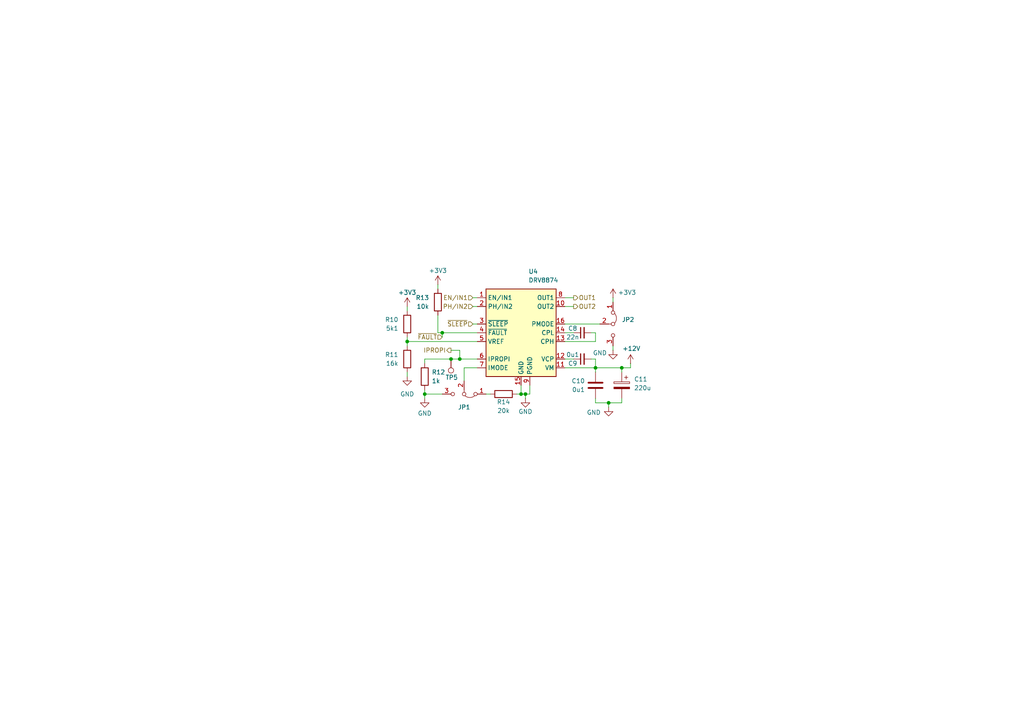
<source format=kicad_sch>
(kicad_sch (version 20250114) (generator "eeschema") (generator_version "9.0")
  (paper "A4")
  (title_block (title "Carte moteur CDF 1") (date "2025-11-23") (rev "01") (company "Valrobotik") (comment 1 "5A DC motor driver"))
  (lib_symbols
    (symbol "Connector:TestPoint" (pin_numbers (hide yes)) (pin_names (offset 0.762) (hide yes))
      (property "Reference" "TP" (at 0 6.858 0))
      (property "Value" "TestPoint" (at 0 5.08 0))
      (symbol "TestPoint_0_1"
        (circle (center 0 3.302) (radius 0.762))
      )
      (symbol "TestPoint_1_1"
        (pin passive line (at 0 0 90) (length 2.54) (name "1") (number "1"))
      )
    )
    (symbol "Device:C" (pin_numbers (hide yes)) (pin_names (offset 0.254))
      (property "Reference" "C" (at 0.635 2.54 0))
      (property "Value" "C" (at 0.635 -2.54 0))
      (symbol "C_0_1"
        (polyline (pts (xy -2.032 0.762) (xy 2.032 0.762)) (stroke (width 0.508)))
        (polyline (pts (xy -2.032 -0.762) (xy 2.032 -0.762)) (stroke (width 0.508)))
      )
      (symbol "C_1_1"
        (pin passive line (at 0 3.81 270) (length 2.794) (name "~") (number "1"))
        (pin passive line (at 0 -3.81 90) (length 2.794) (name "~") (number "2"))
      )
    )
    (symbol "Device:C_Polarized" (pin_numbers (hide yes)) (pin_names (offset 0.254))
      (property "Reference" "C" (at 0.635 2.54 0))
      (property "Value" "C_Polarized" (at 0.635 -2.54 0))
      (symbol "C_Polarized_0_1"
        (rectangle (start -2.286 0.508) (end 2.286 1.016))
        (polyline (pts (xy -1.778 2.286) (xy -0.762 2.286)))
        (polyline (pts (xy -1.27 2.794) (xy -1.27 1.778)))
        (rectangle (start 2.286 -0.508) (end -2.286 -1.016) (fill (type outline)))
      )
      (symbol "C_Polarized_1_1"
        (pin passive line (at 0 3.81 270) (length 2.794) (name "~") (number "1"))
        (pin passive line (at 0 -3.81 90) (length 2.794) (name "~") (number "2"))
      )
    )
    (symbol "Device:C_Small" (pin_numbers (hide yes)) (pin_names (offset 0.254) (hide yes))
      (property "Reference" "C" (at 0.254 1.778 0))
      (property "Value" "C_Small" (at 0.254 -2.032 0))
      (symbol "C_Small_0_1"
        (polyline (pts (xy -1.524 0.508) (xy 1.524 0.508)) (stroke (width 0.3048)))
        (polyline (pts (xy -1.524 -0.508) (xy 1.524 -0.508)) (stroke (width 0.3302)))
      )
      (symbol "C_Small_1_1"
        (pin passive line (at 0 2.54 270) (length 2.032) (name "~") (number "1"))
        (pin passive line (at 0 -2.54 90) (length 2.032) (name "~") (number "2"))
      )
    )
    (symbol "Device:R" (pin_numbers (hide yes)) (pin_names (offset 0))
      (property "Reference" "R" (at 2.032 0 90))
      (property "Value" "R" (at 0 0 90))
      (symbol "R_0_1"
        (rectangle (start -1.016 -2.54) (end 1.016 2.54) (stroke (width 0.254)))
      )
      (symbol "R_1_1"
        (pin passive line (at 0 3.81 270) (length 1.27) (name "~") (number "1"))
        (pin passive line (at 0 -3.81 90) (length 1.27) (name "~") (number "2"))
      )
    )
    (symbol "Jumper:Jumper_3_Bridged12" (pin_names (offset 0) (hide yes)) (in_bom no)
      (property "Reference" "JP" (at -2.54 -2.54 0))
      (property "Value" "Jumper_3_Bridged12" (at 0 2.794 0))
      (symbol "Jumper_3_Bridged12_0_0"
        (circle (center -3.302 0) (radius 0.508))
        (circle (center 0 0) (radius 0.508))
        (circle (center 3.302 0) (radius 0.508))
      )
      (symbol "Jumper_3_Bridged12_0_1"
        (arc (start -3.048 0.508) (mid -1.651 0.9912) (end -0.254 0.508))
        (polyline (pts (xy 0 -1.27) (xy 0 -0.508)))
      )
      (symbol "Jumper_3_Bridged12_1_1"
        (pin passive line (at -6.35 0 0) (length 2.54) (name "A") (number "1"))
        (pin passive line (at 0 -3.81 90) (length 2.54) (name "C") (number "2"))
        (pin passive line (at 6.35 0 180) (length 2.54) (name "B") (number "3"))
      )
    )
    (symbol "Pers:DRV8874"
      (property "Reference" "U" (at -8.89 13.97 0))
      (property "Value" "DRV8874" (at 8.89 13.97 0))
      (symbol "DRV8874_0_1"
        (rectangle (start -10.16 -12.7) (end 10.16 12.7) (stroke (width 0.254)) (fill (type background)))
      )
      (symbol "DRV8874_1_1"
        (pin input line (at -12.7 10.16 0) (length 2.54) (name "EN/IN1") (number "1"))
        (pin input line (at -12.7 7.62 0) (length 2.54) (name "PH/IN2") (number "2"))
        (pin input line (at -12.7 2.54 0) (length 2.54) (name "~{SLEEP}") (number "3"))
        (pin open_collector line (at -12.7 0 0) (length 2.54) (name "~{FAULT}") (number "4"))
        (pin input line (at -12.7 -2.54 0) (length 2.54) (name "VREF") (number "5"))
        (pin output line (at -12.7 -7.62 0) (length 2.54) (name "IPROPI") (number "6"))
        (pin input line (at -12.7 -10.16 0) (length 2.54) (name "IMODE") (number "7"))
        (pin power_in line (at 0 -15.24 90) (length 2.54) (name "GND") (number "15"))
        (pin power_in line (at 2.54 -15.24 90) (length 2.54) (name "PGND") (number "9"))
        (pin output line (at 12.7 10.16 180) (length 2.54) (name "OUT1") (number "8"))
        (pin output line (at 12.7 7.62 180) (length 2.54) (name "OUT2") (number "10"))
        (pin input line (at 12.7 2.54 180) (length 2.54) (name "PMODE") (number "16"))
        (pin output line (at 12.7 0 180) (length 2.54) (name "CPL") (number "14"))
        (pin output line (at 12.7 -2.54 180) (length 2.54) (name "CPH") (number "13"))
        (pin passive line (at 12.7 -7.62 180) (length 2.54) (name "VCP") (number "12"))
        (pin passive line (at 12.7 -10.16 180) (length 2.54) (name "VM") (number "11"))
      )
    )
    (symbol "power:+12V" (power) (pin_numbers (hide yes)) (pin_names (offset 0) (hide yes))
      (property "Value" "+12V" (at 0 3.556 0))
      (symbol "+12V_0_1"
        (polyline (pts (xy -0.762 1.27) (xy 0 2.54)))
        (polyline (pts (xy 0 2.54) (xy 0.762 1.27)))
        (polyline (pts (xy 0 0) (xy 0 2.54)))
      )
      (symbol "+12V_1_1"
        (pin power_in line (at 0 0 90) (length 0) (name "~") (number "1"))
      )
    )
    (symbol "power:+3V3" (power) (pin_numbers (hide yes)) (pin_names (offset 0) (hide yes))
      (property "Value" "+3V3" (at 0 3.556 0))
      (symbol "+3V3_0_1"
        (polyline (pts (xy -0.762 1.27) (xy 0 2.54)))
        (polyline (pts (xy 0 2.54) (xy 0.762 1.27)))
        (polyline (pts (xy 0 0) (xy 0 2.54)))
      )
      (symbol "+3V3_1_1"
        (pin power_in line (at 0 0 90) (length 0) (name "~") (number "1"))
      )
    )
    (symbol "power:GND" (power) (pin_numbers (hide yes)) (pin_names (offset 0) (hide yes))
      (property "Value" "GND" (at 0 -3.81 0))
      (symbol "GND_0_1"
        (polyline (pts (xy 0 0) (xy 0 -1.27) (xy 1.27 -1.27) (xy 0 -2.54) (xy -1.27 -1.27) (xy 0 -1.27)))
      )
      (symbol "GND_1_1"
        (pin power_in line (at 0 0 270) (length 0) (name "~") (number "1"))
      )
    )
  )
  (junction (at 151.13 114.3))
  (junction (at 123.19 114.3))
  (junction (at 180.34 106.68))
  (junction (at 172.72 106.68))
  (junction (at 133.35 104.14))
  (junction (at 176.53 116.84))
  (junction (at 118.11 99.06))
  (junction (at 128.27 96.52))
  (junction (at 130.81 104.14))
  (junction (at 152.4 114.3))
  (wire (pts (xy 118.11 99.06) (xy 118.11 100.33)))
  (wire (pts (xy 163.83 104.14) (xy 166.37 104.14)))
  (wire (pts (xy 172.72 104.14) (xy 171.45 104.14)))
  (wire (pts (xy 137.16 86.36) (xy 138.43 86.36)))
  (wire (pts (xy 163.83 99.06) (xy 172.72 99.06)))
  (wire (pts (xy 149.86 114.3) (xy 151.13 114.3)))
  (wire (pts (xy 118.11 107.95) (xy 118.11 109.22)))
  (wire (pts (xy 134.62 106.68) (xy 138.43 106.68)))
  (wire (pts (xy 163.83 106.68) (xy 172.72 106.68)))
  (wire (pts (xy 127 96.52) (xy 128.27 96.52)))
  (wire (pts (xy 123.19 114.3) (xy 128.27 114.3)))
  (wire (pts (xy 166.37 88.9) (xy 163.83 88.9)))
  (wire (pts (xy 163.83 93.98) (xy 173.99 93.98)))
  (wire (pts (xy 127 96.52) (xy 127 91.44)))
  (wire (pts (xy 152.4 114.3) (xy 151.13 114.3)))
  (wire (pts (xy 177.8 100.33) (xy 177.8 101.6)))
  (wire (pts (xy 118.11 88.9) (xy 118.11 90.17)))
  (wire (pts (xy 166.37 86.36) (xy 163.83 86.36)))
  (wire (pts (xy 172.72 99.06) (xy 172.72 96.52)))
  (wire (pts (xy 123.19 114.3) (xy 123.19 115.57)))
  (wire (pts (xy 130.81 101.6) (xy 133.35 101.6)))
  (wire (pts (xy 134.62 110.49) (xy 134.62 106.68)))
  (wire (pts (xy 123.19 104.14) (xy 130.81 104.14)))
  (wire (pts (xy 137.16 88.9) (xy 138.43 88.9)))
  (wire (pts (xy 123.19 113.03) (xy 123.19 114.3)))
  (wire (pts (xy 152.4 115.57) (xy 152.4 114.3)))
  (wire (pts (xy 172.72 96.52) (xy 171.45 96.52)))
  (wire (pts (xy 133.35 104.14) (xy 138.43 104.14)))
  (wire (pts (xy 172.72 107.95) (xy 172.72 106.68)))
  (wire (pts (xy 130.81 104.14) (xy 133.35 104.14)))
  (wire (pts (xy 153.67 111.76) (xy 153.67 114.3)))
  (wire (pts (xy 177.8 86.36) (xy 177.8 87.63)))
  (wire (pts (xy 163.83 96.52) (xy 166.37 96.52)))
  (wire (pts (xy 172.72 106.68) (xy 180.34 106.68)))
  (wire (pts (xy 180.34 106.68) (xy 180.34 107.95)))
  (wire (pts (xy 137.16 93.98) (xy 138.43 93.98)))
  (wire (pts (xy 151.13 111.76) (xy 151.13 114.3)))
  (wire (pts (xy 172.72 116.84) (xy 172.72 115.57)))
  (wire (pts (xy 180.34 115.57) (xy 180.34 116.84)))
  (wire (pts (xy 182.88 105.41) (xy 182.88 106.68)))
  (wire (pts (xy 133.35 101.6) (xy 133.35 104.14)))
  (wire (pts (xy 140.97 114.3) (xy 142.24 114.3)))
  (wire (pts (xy 128.27 97.79) (xy 128.27 96.52)))
  (wire (pts (xy 128.27 96.52) (xy 138.43 96.52)))
  (wire (pts (xy 172.72 104.14) (xy 172.72 106.68)))
  (wire (pts (xy 153.67 114.3) (xy 152.4 114.3)))
  (wire (pts (xy 180.34 116.84) (xy 176.53 116.84)))
  (wire (pts (xy 118.11 97.79) (xy 118.11 99.06)))
  (wire (pts (xy 176.53 116.84) (xy 172.72 116.84)))
  (wire (pts (xy 118.11 99.06) (xy 138.43 99.06)))
  (wire (pts (xy 182.88 106.68) (xy 180.34 106.68)))
  (wire (pts (xy 176.53 116.84) (xy 176.53 118.11)))
  (wire (pts (xy 127 82.55) (xy 127 83.82)))
  (wire (pts (xy 123.19 104.14) (xy 123.19 105.41)))
  (hierarchical_label "~{SLEEP}" (shape input) (at 137.16 93.98 180))
  (hierarchical_label "PH{slash}IN2" (shape input) (at 137.16 88.9 180))
  (hierarchical_label "OUT1" (shape output) (at 166.37 86.36 0))
  (hierarchical_label "EN{slash}IN1" (shape input) (at 137.16 86.36 180))
  (hierarchical_label "OUT2" (shape output) (at 166.37 88.9 0))
  (hierarchical_label "~{FAULT}" (shape input) (at 128.27 97.79 180))
  (hierarchical_label "IPROPI" (shape output) (at 130.81 101.6 180))
  (symbol (lib_id "power:+3V3") (at 177.8 86.36 0) (unit 1)
    (property "Reference" "#PWR040" (effects (hide yes)))
    (property "Value" "+3V3" (at 181.864 84.836 0))
    (property "Description" "Power symbol creates a global label with name \"+3V3\"" (effects (hide yes)))
    (instances (project "valrob-carte-moteur-cdf-1" (path "" (reference "#PWR040") (unit 1)) (path "" (reference "#PWR049") (unit 1))))
  )
  (symbol (lib_id "Device:R") (at 123.19 109.22 0) (unit 1)
    (property "Reference" "R12" (at 125.222 107.95 0) (effects (justify left)))
    (property "Value" "1k" (at 125.222 110.49 0) (effects (justify left)))
    (property "Description" "Resistor" (effects (hide yes)))
    (instances (project "valrob-carte-moteur-cdf-1" (path "" (reference "R12") (unit 1)) (path "" (reference "R17") (unit 1))))
  )
  (symbol (lib_id "Jumper:Jumper_3_Bridged12") (at 134.62 114.3 180) (unit 1) (in_bom no)
    (property "Reference" "JP1" (at 134.62 118.11 0))
    (property "Value" "Jumper_3_Bridged12" (effects (hide yes)))
    (property "Description" "Jumper, 3-pole, pins 1+2 closed/bridged" (effects (hide yes)))
    (instances (project "valrob-carte-moteur-cdf-1" (path "" (reference "JP1") (unit 1)) (path "" (reference "JP3") (unit 1))))
  )
  (symbol (lib_id "Pers:DRV8874") (at 151.13 96.52 0) (unit 1)
    (property "Reference" "U4" (at 153.2733 78.74 0) (effects (justify left)))
    (property "Value" "DRV8874" (at 153.2733 81.28 0) (effects (justify left)))
    (property "Footprint" "Package_SO:HTSSOP-16-1EP_4.4x5mm_P0.65mm_EP3.4x5mm_Mask2.46x2.31mm_ThermalVias" (effects (hide yes)))
    (property "Datasheet" "https://www.ti.com/lit/ds/symlink/drv8874.pdf" (effects (hide yes)))
    (property "Description" "H-Bridge Motor Driver, 6A, HTSSOP-16" (effects (hide yes)))
    (instances (project "valrob-carte-moteur-cdf-1" (path "" (reference "U4") (unit 1)) (path "" (reference "U5") (unit 1))))
  )
  (symbol (lib_id "power:GND") (at 152.4 115.57 0) (unit 1)
    (property "Reference" "#PWR038" (effects (hide yes)))
    (property "Value" "GND" (at 152.4 119.38 0))
    (property "Description" "Power symbol creates a global label with name \"GND\" , ground" (effects (hide yes)))
    (instances (project "valrob-carte-moteur-cdf-1" (path "" (reference "#PWR038") (unit 1)) (path "" (reference "#PWR047") (unit 1))))
  )
  (symbol (lib_id "Device:R") (at 127 87.63 0) (mirror x) (unit 1)
    (property "Reference" "R13" (at 124.46 86.3599 0) (effects (justify right)))
    (property "Value" "10k" (at 124.46 88.8999 0) (effects (justify right)))
    (property "Footprint" "Resistor_SMD:R_0603_1608Metric" (effects (hide yes)))
    (property "Description" "Resistor" (effects (hide yes)))
    (property "Manufacturer" "Uniroyal Elec" (effects (hide yes)))
    (property "Manufacturer Part Number" "0603WAF1002T5E" (effects (hide yes)))
    (property "Basic" "Y" (effects (hide yes)))
    (property "JLCPCB Part #" "C25804" (effects (hide yes)))
    (instances (project "valrob-carte-moteur-cdf-1" (path "" (reference "R13") (unit 1)) (path "" (reference "R18") (unit 1))))
  )
  (symbol (lib_id "Device:R") (at 146.05 114.3 270) (unit 1)
    (property "Reference" "R14" (at 146.05 116.586 90))
    (property "Value" "20k" (at 146.05 119.126 90))
    (property "Description" "Resistor" (effects (hide yes)))
    (instances (project "valrob-carte-moteur-cdf-1" (path "" (reference "R14") (unit 1)) (path "" (reference "R19") (unit 1))))
  )
  (symbol (lib_id "Device:R") (at 118.11 93.98 0) (mirror x) (unit 1)
    (property "Reference" "R10" (at 115.57 92.7099 0) (effects (justify right)))
    (property "Value" "5k1" (at 115.57 95.2499 0) (effects (justify right)))
    (property "Description" "Resistor" (effects (hide yes)))
    (instances (project "valrob-carte-moteur-cdf-1" (path "" (reference "R10") (unit 1)) (path "" (reference "R15") (unit 1))))
  )
  (symbol (lib_id "power:GND") (at 177.8 101.6 0) (unit 1)
    (property "Reference" "#PWR041" (effects (hide yes)))
    (property "Value" "GND" (at 173.99 102.362 0))
    (property "Description" "Power symbol creates a global label with name \"GND\" , ground" (effects (hide yes)))
    (instances (project "valrob-carte-moteur-cdf-1" (path "" (reference "#PWR041") (unit 1)) (path "" (reference "#PWR050") (unit 1))))
  )
  (symbol (lib_id "Connector:TestPoint") (at 130.81 104.14 180) (unit 1) (in_bom no)
    (property "Reference" "TP5" (at 132.842 109.474 0) (effects (justify left)))
    (property "Value" "TestPoint" (effects (hide yes)))
    (property "Footprint" "TestPoint:TestPoint_Pad_D2.0mm" (effects (hide yes)))
    (property "Description" "test point" (effects (hide yes)))
    (instances (project "valrob-carte-moteur-cdf-1" (path "" (reference "TP5") (unit 1)) (path "" (reference "TP6") (unit 1))))
  )
  (symbol (lib_id "Device:C_Small") (at 168.91 96.52 90) (unit 1)
    (property "Reference" "C8" (at 166.116 95.25 90))
    (property "Value" "22n" (at 166.116 97.79 90))
    (property "Description" "Unpolarized capacitor, small symbol" (effects (hide yes)))
    (instances (project "valrob-carte-moteur-cdf-1" (path "" (reference "C8") (unit 1)) (path "" (reference "C12") (unit 1))))
  )
  (symbol (lib_id "power:GND") (at 123.19 115.57 0) (unit 1)
    (property "Reference" "#PWR036" (effects (hide yes)))
    (property "Value" "GND" (at 123.19 119.888 0))
    (property "Description" "Power symbol creates a global label with name \"GND\" , ground" (effects (hide yes)))
    (instances (project "valrob-carte-moteur-cdf-1" (path "" (reference "#PWR036") (unit 1)) (path "" (reference "#PWR045") (unit 1))))
  )
  (symbol (lib_id "power:+3V3") (at 127 82.55 0) (unit 1)
    (property "Reference" "#PWR037" (effects (hide yes)))
    (property "Value" "+3V3" (at 127 78.486 0))
    (property "Description" "Power symbol creates a global label with name \"+3V3\"" (effects (hide yes)))
    (instances (project "valrob-carte-moteur-cdf-1" (path "" (reference "#PWR037") (unit 1)) (path "" (reference "#PWR046") (unit 1))))
  )
  (symbol (lib_id "power:+12V") (at 182.88 105.41 0) (mirror y) (unit 1)
    (property "Reference" "#PWR042" (effects (hide yes)))
    (property "Value" "+12V" (at 183.134 101.092 0))
    (property "Description" "Power symbol creates a global label with name \"+12V\"" (effects (hide yes)))
    (instances (project "valrob-carte-moteur-cdf-1" (path "" (reference "#PWR042") (unit 1)) (path "" (reference "#PWR051") (unit 1))))
  )
  (symbol (lib_id "power:GND") (at 176.53 118.11 0) (mirror y) (unit 1)
    (property "Reference" "#PWR039" (effects (hide yes)))
    (property "Value" "GND" (at 172.212 119.634 0))
    (property "Description" "Power symbol creates a global label with name \"GND\" , ground" (effects (hide yes)))
    (instances (project "valrob-carte-moteur-cdf-1" (path "" (reference "#PWR039") (unit 1)) (path "" (reference "#PWR048") (unit 1))))
  )
  (symbol (lib_id "Device:C_Polarized") (at 180.34 111.76 0) (mirror y) (unit 1)
    (property "Reference" "C11" (at 183.896 109.982 0) (effects (justify right)))
    (property "Value" "220u" (at 183.896 112.522 0) (effects (justify right)))
    (property "Description" "Polarized capacitor" (effects (hide yes)))
    (instances (project "valrob-carte-moteur-cdf-1" (path "" (reference "C11") (unit 1)) (path "" (reference "C15") (unit 1))))
  )
  (symbol (lib_id "power:+3V3") (at 118.11 88.9 0) (unit 1)
    (property "Reference" "#PWR034" (effects (hide yes)))
    (property "Value" "+3V3" (at 118.11 84.836 0))
    (property "Description" "Power symbol creates a global label with name \"+3V3\"" (effects (hide yes)))
    (instances (project "valrob-carte-moteur-cdf-1" (path "" (reference "#PWR034") (unit 1)) (path "" (reference "#PWR043") (unit 1))))
  )
  (symbol (lib_id "Device:C_Small") (at 168.91 104.14 90) (mirror x) (unit 1)
    (property "Reference" "C9" (at 166.116 105.41 90))
    (property "Value" "0u1" (at 166.116 102.87 90))
    (property "Description" "Unpolarized capacitor, small symbol" (effects (hide yes)))
    (instances (project "valrob-carte-moteur-cdf-1" (path "" (reference "C9") (unit 1)) (path "" (reference "C13") (unit 1))))
  )
  (symbol (lib_id "Device:C") (at 172.72 111.76 0) (mirror y) (unit 1)
    (property "Reference" "C10" (at 169.672 110.49 0) (effects (justify left)))
    (property "Value" "0u1" (at 169.672 113.03 0) (effects (justify left)))
    (property "Description" "Unpolarized capacitor" (effects (hide yes)))
    (instances (project "valrob-carte-moteur-cdf-1" (path "" (reference "C10") (unit 1)) (path "" (reference "C14") (unit 1))))
  )
  (symbol (lib_id "Jumper:Jumper_3_Bridged12") (at 177.8 93.98 270) (unit 1) (in_bom no)
    (property "Reference" "JP2" (at 180.34 92.7099 90) (effects (justify left)))
    (property "Value" "Jumper_3_Bridged12" (effects (hide yes)))
    (property "Description" "Jumper, 3-pole, pins 1+2 closed/bridged" (effects (hide yes)))
    (instances (project "valrob-carte-moteur-cdf-1" (path "" (reference "JP2") (unit 1)) (path "" (reference "JP4") (unit 1))))
  )
  (symbol (lib_id "Device:R") (at 118.11 104.14 0) (mirror x) (unit 1)
    (property "Reference" "R11" (at 115.57 102.8699 0) (effects (justify right)))
    (property "Value" "16k" (at 115.57 105.4099 0) (effects (justify right)))
    (property "Description" "Resistor" (effects (hide yes)))
    (instances (project "valrob-carte-moteur-cdf-1" (path "" (reference "R11") (unit 1)) (path "" (reference "R16") (unit 1))))
  )
  (symbol (lib_id "power:GND") (at 118.11 109.22 0) (unit 1)
    (property "Reference" "#PWR035" (effects (hide yes)))
    (property "Value" "GND" (at 118.11 114.3 0))
    (property "Description" "Power symbol creates a global label with name \"GND\" , ground" (effects (hide yes)))
    (instances (project "valrob-carte-moteur-cdf-1" (path "" (reference "#PWR035") (unit 1)) (path "" (reference "#PWR044") (unit 1))))
  )
)
</source>
